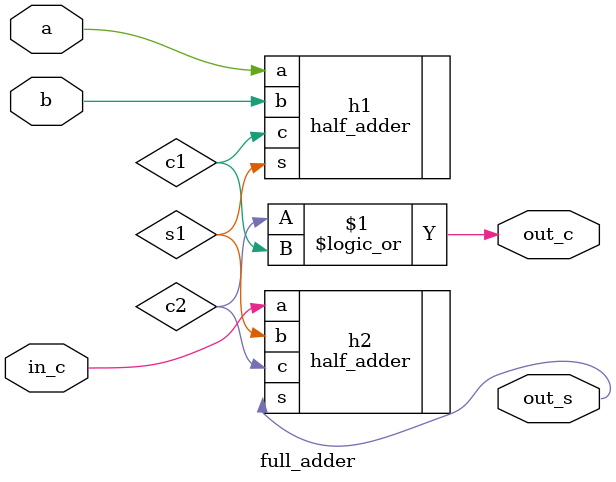
<source format=v>
module full_adder(a,b,in_c,out_s,out_c);
    input a;
    input b;
    input in_c;
    output reg out_s,out_c;

    wire s1,c1,c2;

    //实例化

    half_adder h1(
    .a(a),
    .b(b),
    .c(c1),
    .s(s1)
    );
    
    half_adder h2(
    .a(in_c),
    .b(s1),
    .c(c2),
    .s(out_s)
    );

    assign out_c = c2 || c1;
endmodule

</source>
